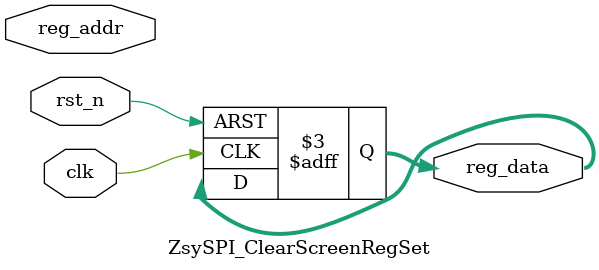
<source format=v>
`timescale 1ns / 1ps
module ZsySPI_ClearScreenRegSet(
    input clk,
    input rst_n,
    input [7:0] reg_addr,
    output [7:0] reg_data
    );

always @ (posedge clk or negedge rst_n)
if(!rst_n) 
	reg_data<=8'd0;
else case(reg_addr)
		
	 endcase
endmodule

</source>
